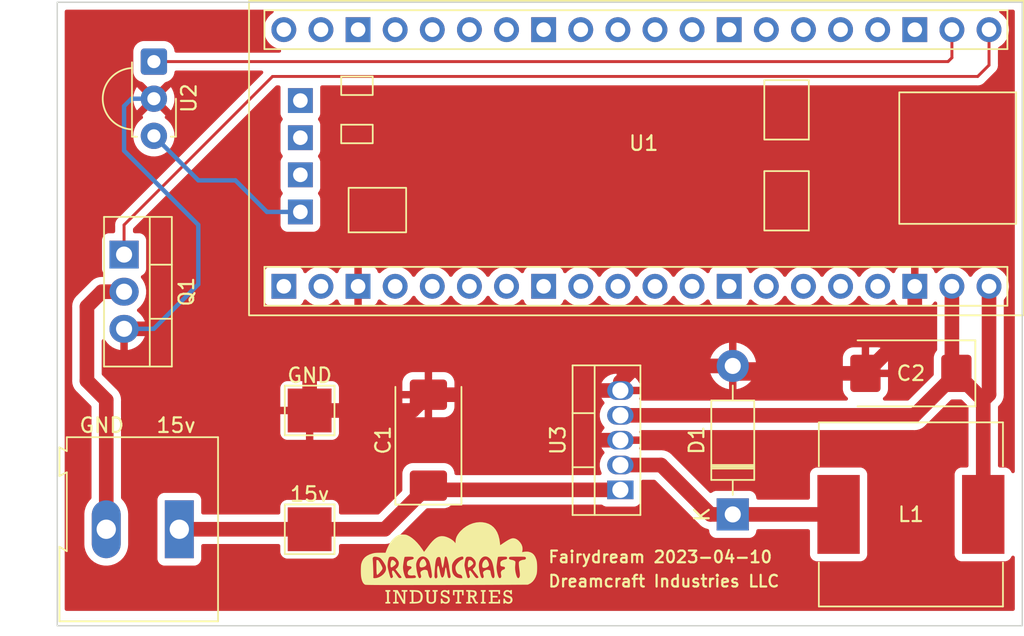
<source format=kicad_pcb>
(kicad_pcb (version 20211014) (generator pcbnew)
  (layers (0 "F.Cu" signal) (31 "B.Cu" signal) (34 "B.Paste" user) (35 "F.Paste" user) (36 "B.SilkS" user "B.Silkscreen") (37 "F.SilkS" user "F.Silkscreen") (38 "B.Mask" user) (39 "F.Mask" user) (44 "Edge.Cuts" user))
  (net 0 "")
  (net 1 "+15V")
  (net 2 "GND")
  (net 3 "+5V")
  (net 4 "Net-(D1-Pad1)")
  (net 5 "Net-(J1-Pad2)")
  (net 6 "/GP0")
  (net 7 "/GP1")
  (net 41 "+3V3")
  (footprint "Capacitor_Tantalum_SMD:CP_EIA-7343-30_AVX-N" (layer "F.Cu") (at 174.244 93.98 180)
    (fp_text reference "C2" (at 0 0) (layer "F.SilkS"))
    (fp_text value "330uf")
    (pad "1" smd roundrect (at -3.1125 0 180) (size 2.075 2.55) (layers "F.Cu" "F.Paste" "F.Mask") (roundrect_rratio 0.1204819277) (net 3 "+5V"))
    (pad "2" smd roundrect (at 3.1125 0 180) (size 2.075 2.55) (layers "F.Cu" "F.Paste" "F.Mask") (roundrect_rratio 0.1204819277) (net 2 "GND"))
  )
  (footprint "TerminalBlock:TerminalBlock_Altech_AK300-2_P5.00mm" (layer "F.Cu") (at 124.177 104.648 180)
    (fp_text reference "J1" hide)
    (fp_text value "LEDs")
    (pad "1" thru_hole rect (at 0 0 180) (size 1.98 3.96) (drill 1.32) (layers *.Cu *.Mask) (net 1 "+15V"))
    (pad "2" thru_hole oval (at 5 0 180) (size 1.98 3.96) (drill 1.32) (layers *.Cu *.Mask) (net 5 "Net-(J1-Pad2)"))
  )
  (footprint "Capacitor_Tantalum_SMD:CP_EIA-7343-30_AVX-N" (layer "F.Cu") (at 141.224 98.552 90)
    (fp_text reference "C1" (at 0 -3.1 90) (layer "F.SilkS"))
    (fp_text value "100uf")
    (pad "1" smd roundrect (at -3.1125 0 90) (size 2.075 2.55) (layers "F.Cu" "F.Paste" "F.Mask") (roundrect_rratio 0.1204819277) (net 1 "+15V"))
    (pad "2" smd roundrect (at 3.1125 0 90) (size 2.075 2.55) (layers "F.Cu" "F.Paste" "F.Mask") (roundrect_rratio 0.1204819277) (net 2 "GND"))
  )
  (footprint "LOGO" (layer "F.Cu") (at 142.24 107.696)
    (fp_text reference "G***" hide)
    (fp_text value "LOGO" hide)
  )
  (footprint "Weact-RP2040-Pico:WeAct-RP2040-Pico" (layer "F.Cu") (at 155.448 79.248 -90)
    (fp_text reference "U1" (at -1.016 -0.508 unlocked) (layer "F.SilkS"))
    (fp_text value "WeAct-RP2040-Pico")
    (pad "1" thru_hole circle (at -8.79 -24.142 270) (size 1.7 1.7) (drill 1) (layers *.Cu *.Mask) (net 6 "/GP0"))
    (pad "2" thru_hole oval (at -8.79 -21.602 270) (size 1.7 1.7) (drill 1) (layers *.Cu *.Mask) (net 7 "/GP1"))
    (pad "3" thru_hole rect (at -8.79 -19.062 270) (size 1.7 1.7) (drill 1) (layers *.Cu *.Mask))
    (pad "4" thru_hole oval (at -8.79 -16.522 270) (size 1.7 1.7) (drill 1) (layers *.Cu *.Mask))
    (pad "5" thru_hole oval (at -8.79 -13.982 270) (size 1.7 1.7) (drill 1) (layers *.Cu *.Mask))
    (pad "6" thru_hole oval (at -8.79 -11.442 270) (size 1.7 1.7) (drill 1) (layers *.Cu *.Mask))
    (pad "7" thru_hole oval (at -8.79 -8.902 270) (size 1.7 1.7) (drill 1) (layers *.Cu *.Mask))
    (pad "8" thru_hole rect (at -8.79 -6.362 270) (size 1.7 1.7) (drill 1) (layers *.Cu *.Mask))
    (pad "9" thru_hole oval (at -8.79 -3.822 270) (size 1.7 1.7) (drill 1) (layers *.Cu *.Mask))
    (pad "10" thru_hole oval (at -8.79 -1.282 270) (size 1.7 1.7) (drill 1) (layers *.Cu *.Mask))
    (pad "11" thru_hole oval (at -8.79 1.258 270) (size 1.7 1.7) (drill 1) (layers *.Cu *.Mask))
    (pad "12" thru_hole oval (at -8.79 3.798 270) (size 1.7 1.7) (drill 1) (layers *.Cu *.Mask))
    (pad "13" thru_hole rect (at -8.79 6.338 270) (size 1.7 1.7) (drill 1) (layers *.Cu *.Mask))
    (pad "14" thru_hole oval (at -8.79 8.878 270) (size 1.7 1.7) (drill 1) (layers *.Cu *.Mask))
    (pad "15" thru_hole oval (at -8.79 11.418 270) (size 1.7 1.7) (drill 1) (layers *.Cu *.Mask))
    (pad "16" thru_hole oval (at -8.79 13.958 270) (size 1.7 1.7) (drill 1) (layers *.Cu *.Mask))
    (pad "17" thru_hole oval (at -8.79 16.498 270) (size 1.7 1.7) (drill 1) (layers *.Cu *.Mask))
    (pad "18" thru_hole rect (at -8.79 19.038 270) (size 1.7 1.7) (drill 1) (layers *.Cu *.Mask))
    (pad "19" thru_hole oval (at -8.79 21.578 270) (size 1.7 1.7) (drill 1) (layers *.Cu *.Mask))
    (pad "20" thru_hole oval (at -8.79 24.118 270) (size 1.7 1.7) (drill 1) (layers *.Cu *.Mask))
    (pad "21" thru_hole rect (at 8.774 24.118 270) (size 1.7 1.7) (drill 1) (layers *.Cu *.Mask))
    (pad "22" thru_hole oval (at 8.774 21.578 270) (size 1.7 1.7) (drill 1) (layers *.Cu *.Mask))
    (pad "23" thru_hole rect (at 8.774 19.038 270) (size 1.7 1.7) (drill 1) (layers *.Cu *.Mask) (net 2 "GND"))
    (pad "24" thru_hole oval (at 8.774 16.498 270) (size 1.7 1.7) (drill 1) (layers *.Cu *.Mask))
    (pad "25" thru_hole oval (at 8.774 13.958 270) (size 1.7 1.7) (drill 1) (layers *.Cu *.Mask))
    (pad "26" thru_hole oval (at 8.774 11.418 270) (size 1.7 1.7) (drill 1) (layers *.Cu *.Mask))
    (pad "27" thru_hole oval (at 8.774 8.878 270) (size 1.7 1.7) (drill 1) (layers *.Cu *.Mask))
    (pad "28" thru_hole rect (at 8.774 6.338 270) (size 1.7 1.7) (drill 1) (layers *.Cu *.Mask))
    (pad "29" thru_hole oval (at 8.774 3.798 270) (size 1.7 1.7) (drill 1) (layers *.Cu *.Mask))
    (pad "30" thru_hole oval (at 8.774 1.258 270) (size 1.7 1.7) (drill 1) (layers *.Cu *.Mask))
    (pad "31" thru_hole oval (at 8.774 -1.282 270) (size 1.7 1.7) (drill 1) (layers *.Cu *.Mask))
    (pad "32" thru_hole oval (at 8.774 -3.822 270) (size 1.7 1.7) (drill 1) (layers *.Cu *.Mask))
    (pad "33" thru_hole rect (at 8.774 -6.362 270) (size 1.7 1.7) (drill 1) (layers *.Cu *.Mask))
    (pad "34" thru_hole oval (at 8.774 -8.902 270) (size 1.7 1.7) (drill 1) (layers *.Cu *.Mask))
    (pad "35" thru_hole oval (at 8.774 -11.442 270) (size 1.7 1.7) (drill 1) (layers *.Cu *.Mask))
    (pad "36" thru_hole oval (at 8.774 -13.982 270) (size 1.7 1.7) (drill 1) (layers *.Cu *.Mask))
    (pad "37" thru_hole oval (at 8.774 -16.522 270) (size 1.7 1.7) (drill 1) (layers *.Cu *.Mask) (net 41 "+3V3"))
    (pad "38" thru_hole rect (at 8.774 -19.062 270) (size 1.7 1.7) (drill 1) (layers *.Cu *.Mask) (net 2 "GND"))
    (pad "39" thru_hole oval (at 8.774 -21.602 270) (size 1.7 1.7) (drill 1) (layers *.Cu *.Mask) (net 3 "+5V"))
    (pad "40" thru_hole circle (at 8.774 -24.142 270) (size 1.7 1.7) (drill 1) (layers *.Cu *.Mask) (net 3 "+5V"))
    (pad "41" thru_hole rect (at -3.937 22.987) (size 1.7 1.7) (drill 1) (layers *.Cu *.Mask))
    (pad "42" thru_hole rect (at -1.397 22.987) (size 1.7 1.7) (drill 1) (layers *.Cu *.Mask))
    (pad "43" thru_hole rect (at 1.143 22.987) (size 1.7 1.7) (drill 1) (layers *.Cu *.Mask))
    (pad "44" thru_hole rect (at 3.683 22.987) (size 1.7 1.7) (drill 1) (layers *.Cu *.Mask) (net 41 "+3V3"))
  )
  (footprint "Diode_THT:D_DO-41_SOD81_P10.16mm_Horizontal" (layer "F.Cu") (at 162.052 103.632 90)
    (fp_text reference "D1" (at 5.08 -2.47 90) (layer "F.SilkS"))
    (fp_text value "1N5819")
    (fp_text user "K" (at 0 -2.1 90) (layer "F.SilkS"))
    (pad "1" thru_hole rect (at 0 0 90) (size 2.2 2.2) (drill 1.1) (layers *.Cu *.Mask) (net 4 "Net-(D1-Pad1)"))
    (pad "2" thru_hole oval (at 10.16 0 90) (size 2.2 2.2) (drill 1.1) (layers *.Cu *.Mask) (net 2 "GND"))
  )
  (footprint "TestPoint:TestPoint_Pad_3.0x3.0mm" (layer "F.Cu") (at 133.096 104.648)
    (fp_text reference "15v" (at 0 -2.398) (layer "F.SilkS"))
    (fp_text value "POWER IN")
    (pad "1" smd rect (at 0 0) (size 3 3) (layers "F.Cu" "F.Mask") (net 1 "+15V"))
  )
  (footprint "Package_TO_SOT_THT:TO-220-3_Vertical" (layer "F.Cu") (at 120.396 85.852 -90)
    (fp_text reference "Q1" (at 2.54 -4.27 90) (layer "F.SilkS"))
    (fp_text value "IRLZ44N")
    (pad "1" thru_hole rect (at 0 0 270) (size 1.905 2) (drill 1.1) (layers *.Cu *.Mask) (net 6 "/GP0"))
    (pad "2" thru_hole oval (at 2.54 0 270) (size 1.905 2) (drill 1.1) (layers *.Cu *.Mask) (net 5 "Net-(J1-Pad2)"))
    (pad "3" thru_hole oval (at 5.08 0 270) (size 1.905 2) (drill 1.1) (layers *.Cu *.Mask) (net 2 "GND"))
  )
  (footprint "OptoDevice:Vishay_MINICAST-3Pin" (layer "F.Cu") (at 122.437 72.644 -90)
    (fp_text reference "U2" (at 2.5 -2.4 90) (layer "F.SilkS"))
    (fp_text value "TSOP382xx")
    (pad "1" thru_hole roundrect (at 0 0 270) (size 1.8 1.8) (drill 0.9) (layers *.Cu *.Mask) (roundrect_rratio 0.139) (net 7 "/GP1"))
    (pad "2" thru_hole circle (at 2.54 0 270) (size 1.8 1.8) (drill 0.9) (layers *.Cu *.Mask) (net 2 "GND"))
    (pad "3" thru_hole circle (at 5.08 0 270) (size 1.8 1.8) (drill 0.9) (layers *.Cu *.Mask) (net 41 "+3V3"))
  )
  (footprint "TestPoint:TestPoint_Pad_3.0x3.0mm" (layer "F.Cu") (at 133.096 96.52)
    (fp_text reference "GND" (at 0 -2.398) (layer "F.SilkS"))
    (fp_text value "GND")
    (pad "1" smd rect (at 0 0) (size 3 3) (layers "F.Cu" "F.Mask") (net 2 "GND"))
  )
  (footprint "Inductor_SMD:L_12x12mm_H6mm" (layer "F.Cu") (at 174.244 103.632)
    (fp_text reference "L1" (at 0 0) (layer "F.SilkS"))
    (fp_text value "330uh")
    (pad "1" smd rect (at -4.95 0) (size 2.9 5.4) (layers "F.Cu" "F.Paste" "F.Mask") (net 4 "Net-(D1-Pad1)"))
    (pad "2" smd rect (at 4.95 0) (size 2.9 5.4) (layers "F.Cu" "F.Paste" "F.Mask") (net 3 "+5V"))
  )
  (footprint "Package_TO_SOT_THT:TO-220-5_Vertical" (layer "F.Cu") (at 154.361 101.952 90)
    (fp_text reference "U3" (at 3.4 -4.27 90) (layer "F.SilkS"))
    (fp_text value "LM2575-5.0BT")
    (pad "1" thru_hole rect (at 0 0 90) (size 1.275 1.8) (drill 1.1) (layers *.Cu *.Mask) (net 1 "+15V"))
    (pad "2" thru_hole oval (at 1.7 0 90) (size 1.275 1.8) (drill 1.1) (layers *.Cu *.Mask) (net 4 "Net-(D1-Pad1)"))
    (pad "3" thru_hole oval (at 3.4 0 90) (size 1.275 1.8) (drill 1.1) (layers *.Cu *.Mask) (net 2 "GND"))
    (pad "4" thru_hole oval (at 5.1 0 90) (size 1.275 1.8) (drill 1.1) (layers *.Cu *.Mask) (net 3 "+5V"))
    (pad "5" thru_hole oval (at 6.8 0 90) (size 1.275 1.8) (drill 1.1) (layers *.Cu *.Mask) (net 2 "GND"))
  )
  (gr_rect (start 181.864 111.252) (end 115.824 68.58) (layer "Edge.Cuts") (width 0.1) (fill none))
  (gr_text "Fairydream 2023-04-10\n\n" (at 149.352 107.188) (layer "F.SilkS") (effects (font (size 0.8 0.8)) (justify left)))
  (gr_text "15v" (at 123.952 97.536) (layer "F.SilkS") (effects (font (size 1 1))))
  (gr_text "GND\n" (at 118.872 97.536) (layer "F.SilkS") (effects (font (size 1 1))))
  (gr_text "Dreamcraft Industries LLC" (at 149.352 108.204) (layer "F.SilkS") (effects (font (size 0.8 0.8)) (justify left)))
  (segment (start 138.2405 104.648) (end 141.224 101.6645) (width 1) (layer "F.Cu") (net 1))
  (segment (start 141.5115 101.952) (end 141.224 101.6645) (width 1) (layer "F.Cu") (net 1))
  (segment (start 124.177 104.648) (end 133.096 104.648) (width 1) (layer "F.Cu") (net 1))
  (segment (start 154.361 101.952) (end 141.5115 101.952) (width 1) (layer "F.Cu") (net 1))
  (segment (start 133.096 104.648) (end 138.2405 104.648) (width 1) (layer "F.Cu") (net 1))
  (segment (start 154.361 94.559) (end 155.448 93.472) (width 1) (layer "F.Cu") (net 2))
  (segment (start 133.096 92.8995) (end 133.096 96.52) (width 1) (layer "F.Cu") (net 2))
  (segment (start 151.892 96.52) (end 150.8115 95.4395) (width 1) (layer "F.Cu") (net 2))
  (segment (start 171.1315 93.98) (end 162.56 93.98) (width 1) (layer "F.Cu") (net 2))
  (segment (start 140.1435 96.52) (end 141.224 95.4395) (width 1) (layer "F.Cu") (net 2))
  (segment (start 120.396 90.932) (end 131.1285 90.932) (width 1) (layer "F.Cu") (net 2))
  (segment (start 150.8115 95.4395) (end 141.224 95.4395) (width 1) (layer "F.Cu") (net 2))
  (segment (start 152.752 95.152) (end 151.892 96.012) (width 1) (layer "F.Cu") (net 2))
  (segment (start 154.361 95.152) (end 152.752 95.152) (width 1) (layer "F.Cu") (net 2))
  (segment (start 151.892 96.012) (end 151.892 96.52) (width 1) (layer "F.Cu") (net 2))
  (segment (start 155.448 93.472) (end 162.052 93.472) (width 1) (layer "F.Cu") (net 2))
  (segment (start 174.51 88.022) (end 174.51 90.6015) (width 1) (layer "F.Cu") (net 2))
  (segment (start 154.361 95.152) (end 154.361 94.559) (width 1) (layer "F.Cu") (net 2))
  (segment (start 162.56 93.98) (end 162.052 93.472) (width 1) (layer "F.Cu") (net 2))
  (segment (start 131.1285 90.932) (end 133.096 92.8995) (width 1) (layer "F.Cu") (net 2))
  (segment (start 151.892 98.044) (end 152.4 98.552) (width 1) (layer "F.Cu") (net 2))
  (segment (start 151.892 96.52) (end 151.892 98.044) (width 1) (layer "F.Cu") (net 2))
  (segment (start 133.096 96.52) (end 140.1435 96.52) (width 1) (layer "F.Cu") (net 2))
  (segment (start 174.51 90.6015) (end 171.1315 93.98) (width 1) (layer "F.Cu") (net 2))
  (segment (start 152.4 98.552) (end 154.361 98.552) (width 1) (layer "F.Cu") (net 2))
  (segment (start 122.437 75.184) (end 120.904 75.184) (width 0.3) (layer "B.Cu") (net 2))
  (segment (start 120.904 75.184) (end 120.396 75.692) (width 0.3) (layer "B.Cu") (net 2))
  (segment (start 120.396 75.692) (end 120.396 78.74) (width 0.3) (layer "B.Cu") (net 2))
  (segment (start 125.476 83.82) (end 125.476 87.884) (width 0.3) (layer "B.Cu") (net 2))
  (segment (start 122.428 90.932) (end 120.396 90.932) (width 0.3) (layer "B.Cu") (net 2))
  (segment (start 125.476 87.884) (end 122.428 90.932) (width 0.3) (layer "B.Cu") (net 2))
  (segment (start 120.396 78.74) (end 125.476 83.82) (width 0.3) (layer "B.Cu") (net 2))
  (segment (start 154.361 96.852) (end 174.4845 96.852) (width 1) (layer "F.Cu") (net 3))
  (segment (start 177.05 93.6735) (end 177.3565 93.98) (width 1) (layer "F.Cu") (net 3))
  (segment (start 177.05 88.022) (end 177.05 93.6735) (width 1) (layer "F.Cu") (net 3))
  (segment (start 177.3565 93.98) (end 179.194 95.8175) (width 1) (layer "F.Cu") (net 3))
  (segment (start 174.4845 96.852) (end 177.3565 93.98) (width 1) (layer "F.Cu") (net 3))
  (segment (start 179.59 95.4215) (end 179.194 95.8175) (width 1) (layer "F.Cu") (net 3))
  (segment (start 179.194 95.8175) (end 179.194 103.632) (width 1) (layer "F.Cu") (net 3))
  (segment (start 179.59 88.022) (end 179.59 95.4215) (width 1) (layer "F.Cu") (net 3))
  (segment (start 154.361 100.252) (end 157.148 100.252) (width 1) (layer "F.Cu") (net 4))
  (segment (start 157.148 100.252) (end 160.528 103.632) (width 1) (layer "F.Cu") (net 4))
  (segment (start 160.528 103.632) (end 162.052 103.632) (width 1) (layer "F.Cu") (net 4))
  (segment (start 169.294 103.632) (end 162.052 103.632) (width 1) (layer "F.Cu") (net 4))
  (segment (start 117.856 89.408) (end 118.872 88.392) (width 1) (layer "F.Cu") (net 5))
  (segment (start 119.177 104.648) (end 119.177 95.809) (width 1) (layer "F.Cu") (net 5))
  (segment (start 118.872 88.392) (end 120.396 88.392) (width 1) (layer "F.Cu") (net 5))
  (segment (start 117.856 94.488) (end 117.856 89.408) (width 1) (layer "F.Cu") (net 5))
  (segment (start 119.177 95.809) (end 117.856 94.488) (width 1) (layer "F.Cu") (net 5))
  (segment (start 120.396 85.852) (end 120.396 83.82) (width 0.2) (layer "F.Cu") (net 6))
  (segment (start 179.59 72.886) (end 179.59 70.458) (width 0.2) (layer "F.Cu") (net 6))
  (segment (start 120.396 83.82) (end 130.556 73.66) (width 0.2) (layer "F.Cu") (net 6))
  (segment (start 178.816 73.66) (end 179.59 72.886) (width 0.2) (layer "F.Cu") (net 6))
  (segment (start 130.556 73.66) (end 178.816 73.66) (width 0.2) (layer "F.Cu") (net 6))
  (segment (start 177.05 70.458) (end 177.05 72.378) (width 0.2) (layer "F.Cu") (net 7))
  (segment (start 176.784 72.644) (end 122.437 72.644) (width 0.2) (layer "F.Cu") (net 7))
  (segment (start 177.05 72.378) (end 176.784 72.644) (width 0.2) (layer "F.Cu") (net 7))
  (segment (start 125.485 80.772) (end 122.437 77.724) (width 0.3) (layer "B.Cu") (net 41))
  (segment (start 128.016 80.772) (end 125.485 80.772) (width 0.3) (layer "B.Cu") (net 41))
  (segment (start 132.461 82.931) (end 130.175 82.931) (width 0.3) (layer "B.Cu") (net 41))
  (segment (start 130.175 82.931) (end 128.016 80.772) (width 0.3) (layer "B.Cu") (net 41))
  (zone (net 2) (net_name "GND") (layer "F.Cu") (connect_pads (clearance 0.508)) (min_thickness 0.254) (fill yes (thermal_gap 0.508) (thermal_bridge_width 0.508))
    (polygon (pts (xy 181.356 110.236) (xy 116.332 110.236) (xy 116.332 69.088) (xy 181.356 69.088)))
  )
)
</source>
